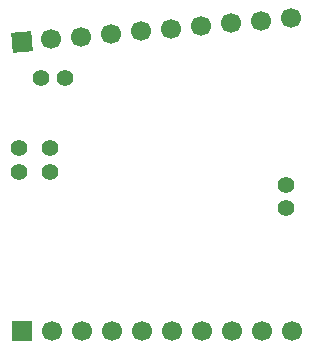
<source format=gbr>
%TF.GenerationSoftware,KiCad,Pcbnew,9.0.2*%
%TF.CreationDate,2025-06-04T00:25:23+07:00*%
%TF.ProjectId,Power Delivery Management_3.3V,506f7765-7220-4446-956c-697665727920,rev?*%
%TF.SameCoordinates,Original*%
%TF.FileFunction,Soldermask,Bot*%
%TF.FilePolarity,Negative*%
%FSLAX46Y46*%
G04 Gerber Fmt 4.6, Leading zero omitted, Abs format (unit mm)*
G04 Created by KiCad (PCBNEW 9.0.2) date 2025-06-04 00:25:23*
%MOMM*%
%LPD*%
G01*
G04 APERTURE LIST*
G04 Aperture macros list*
%AMRotRect*
0 Rectangle, with rotation*
0 The origin of the aperture is its center*
0 $1 length*
0 $2 width*
0 $3 Rotation angle, in degrees counterclockwise*
0 Add horizontal line*
21,1,$1,$2,0,0,$3*%
G04 Aperture macros list end*
%ADD10C,1.400000*%
%ADD11RotRect,1.700000X1.700000X275.000000*%
%ADD12C,1.700000*%
%ADD13R,1.700000X1.700000*%
G04 APERTURE END LIST*
D10*
%TO.C,GND1*%
X50749200Y-46990000D03*
X48749200Y-46990000D03*
%TD*%
%TO.C,3.3*%
X46863000Y-54959000D03*
X46863000Y-52959000D03*
%TD*%
%TO.C,+12*%
X49530000Y-52975000D03*
X49530000Y-54975000D03*
%TD*%
%TO.C,SENS1*%
X69469000Y-56039000D03*
X69469000Y-58039000D03*
%TD*%
D11*
%TO.C,J4*%
X47090827Y-43944567D03*
D12*
X49621163Y-43723191D03*
X52151496Y-43501816D03*
X54681831Y-43280440D03*
X57212165Y-43059065D03*
X59742500Y-42837689D03*
X62272834Y-42616313D03*
X64803169Y-42394938D03*
X67333503Y-42173562D03*
X69863838Y-41952187D03*
%TD*%
D13*
%TO.C,J3*%
X47090827Y-68404360D03*
D12*
X49630827Y-68404360D03*
X52170827Y-68404360D03*
X54710827Y-68404360D03*
X57250827Y-68404360D03*
X59790827Y-68404360D03*
X62330827Y-68404360D03*
X64870827Y-68404360D03*
X67410827Y-68404360D03*
X69950827Y-68404360D03*
%TD*%
M02*

</source>
